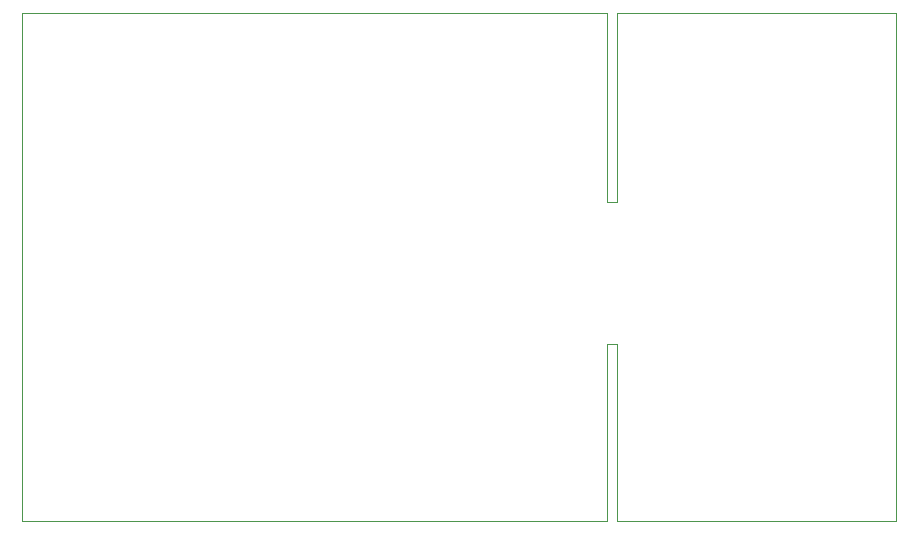
<source format=gm1>
%TF.GenerationSoftware,KiCad,Pcbnew,7.0.8-7.0.8~ubuntu22.04.1*%
%TF.CreationDate,2023-10-25T08:52:20+02:00*%
%TF.ProjectId,extension-cable,65787465-6e73-4696-9f6e-2d6361626c65,rev?*%
%TF.SameCoordinates,Original*%
%TF.FileFunction,Profile,NP*%
%FSLAX46Y46*%
G04 Gerber Fmt 4.6, Leading zero omitted, Abs format (unit mm)*
G04 Created by KiCad (PCBNEW 7.0.8-7.0.8~ubuntu22.04.1) date 2023-10-25 08:52:20*
%MOMM*%
%LPD*%
G01*
G04 APERTURE LIST*
%TA.AperFunction,Profile*%
%ADD10C,0.100000*%
%TD*%
G04 APERTURE END LIST*
D10*
X144000000Y-101000000D02*
X120300000Y-101000000D01*
X120300000Y-58000000D02*
X120300000Y-74000000D01*
X119500000Y-101000000D02*
X70000000Y-101000000D01*
X120300000Y-86000000D02*
X120300000Y-101000000D01*
X119500000Y-86000000D02*
X119500000Y-101000000D01*
X144000000Y-101000000D02*
X144000000Y-58000000D01*
X119500000Y-74000000D02*
X120300000Y-74000000D01*
X119500000Y-86000000D02*
X120300000Y-86000000D01*
X119500000Y-58000000D02*
X119500000Y-74000000D01*
X120300000Y-58000000D02*
X144000000Y-58000000D01*
X70000000Y-101000000D02*
X70000000Y-58000000D01*
X70000000Y-58000000D02*
X119500000Y-58000000D01*
M02*

</source>
